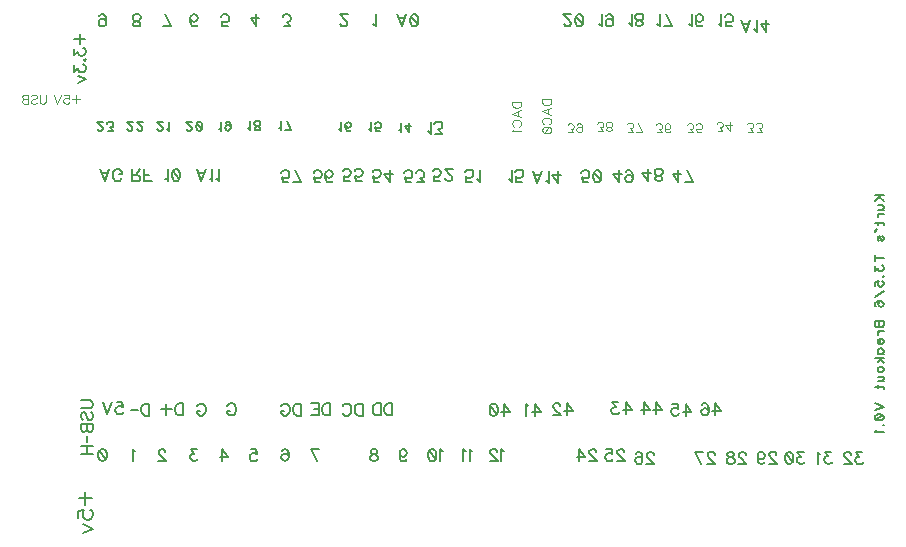
<source format=gbo>
G04 DipTrace 3.0.0.2*
G04 Teensy-TC36-Breakouti.gbo*
%MOIN*%
G04 #@! TF.FileFunction,Legend,Bot*
G04 #@! TF.Part,Single*
%ADD96C,0.006176*%
%ADD97C,0.004632*%
%ADD98C,0.006562*%
%ADD99C,0.00772*%
%ADD100C,0.007*%
%FSLAX26Y26*%
G04*
G70*
G90*
G75*
G01*
G04 BotSilk*
%LPD*%
X1965970Y814300D2*
D96*
X1962123Y816246D1*
X1956375Y821949D1*
Y781802D1*
X1944024Y814300D2*
X1940177Y816246D1*
X1934429Y821949D1*
Y781802D1*
X2071670Y813800D2*
X2067823Y815746D1*
X2062075Y821449D1*
Y781302D1*
X2047778Y811899D2*
Y813800D1*
X2045877Y817647D1*
X2043976Y819548D1*
X2040129Y821449D1*
X2032480D1*
X2028677Y819548D1*
X2026776Y817647D1*
X2024831Y813800D1*
Y809998D1*
X2026776Y806151D1*
X2030579Y800447D1*
X2049724Y781302D1*
X2022929D1*
X1816929Y1880675D2*
X1820775Y1878730D1*
X1826523Y1873026D1*
Y1913174D1*
X1842722Y1873026D2*
X1863724D1*
X1852272Y1888325D1*
X1858020D1*
X1861823Y1890226D1*
X1863724Y1892127D1*
X1865669Y1897875D1*
Y1901678D1*
X1863724Y1907426D1*
X1859921Y1911273D1*
X1854173Y1913174D1*
X1848425D1*
X1842722Y1911273D1*
X1840820Y1909327D1*
X1838875Y1905525D1*
X1337258Y2230491D2*
X1358261D1*
X1346809Y2245789D1*
X1352557D1*
X1356359Y2247691D1*
X1358261Y2249592D1*
X1360206Y2255340D1*
Y2259142D1*
X1358261Y2264890D1*
X1354458Y2268737D1*
X1348710Y2270638D1*
X1342962Y2270639D1*
X1337258Y2268737D1*
X1335357Y2266792D1*
X1333412Y2262989D1*
X1746060Y2270638D2*
X1730717Y2230446D1*
X1715419Y2270638D1*
X1721167Y2257241D2*
X1740312D1*
X1769908Y2230491D2*
X1764160Y2232392D1*
X1760313Y2238140D1*
X1758412Y2247691D1*
Y2253439D1*
X1760313Y2262989D1*
X1764160Y2268737D1*
X1769908Y2270639D1*
X1773710Y2270638D1*
X1779458Y2268737D1*
X1783261Y2262989D1*
X1785206Y2253439D1*
Y2247691D1*
X1783261Y2238140D1*
X1779458Y2232392D1*
X1773710Y2230491D1*
X1769908D1*
X1783261Y2238140D2*
X1760313Y2262989D1*
X942465Y1722140D2*
X946312Y1720195D1*
X952060Y1714491D1*
Y1754638D1*
X975908Y1714491D2*
X970160Y1716392D1*
X966313Y1722140D1*
X964412Y1731691D1*
Y1737439D1*
X966313Y1746989D1*
X970160Y1752737D1*
X975908Y1754639D1*
X979710Y1754638D1*
X985458Y1752737D1*
X989261Y1746989D1*
X991206Y1737439D1*
Y1731691D1*
X989261Y1722140D1*
X985458Y1716392D1*
X979710Y1714491D1*
X975908D1*
X989261Y1722140D2*
X966313Y1746989D1*
X1077314Y1754638D2*
X1061971Y1714446D1*
X1046673Y1754638D1*
X1052421Y1741241D2*
X1071566D1*
X1089665Y1722140D2*
X1093512Y1720195D1*
X1099260Y1714491D1*
Y1754638D1*
X1111611Y1722140D2*
X1115458Y1720194D1*
X1121206Y1714491D1*
Y1754638D1*
X1655775Y1713026D2*
X1636674D1*
X1634773Y1730226D1*
X1636674Y1728325D1*
X1642422Y1726379D1*
X1648126D1*
X1653874Y1728325D1*
X1657721Y1732127D1*
X1659622Y1737875D1*
Y1741678D1*
X1657721Y1747426D1*
X1653874Y1751273D1*
X1648126Y1753174D1*
X1642422D1*
X1636674Y1751273D1*
X1634773Y1749327D1*
X1632828Y1745525D1*
X1691119Y1753174D2*
Y1713026D1*
X1671974Y1739777D1*
X1700669D1*
X1013158Y1889214D2*
D98*
Y1887789D1*
X1014584Y1884903D1*
X1016010Y1883478D1*
X1018895Y1882052D1*
X1024632D1*
X1027484Y1883478D1*
X1028910Y1884903D1*
X1030369Y1887789D1*
Y1890640D1*
X1028910Y1893526D1*
X1026058Y1897803D1*
X1011699Y1912162D1*
X1031795D1*
X1053541Y1882052D2*
X1049230Y1883477D1*
X1046344Y1887789D1*
X1044919Y1894951D1*
Y1899262D1*
X1046345Y1906425D1*
X1049230Y1910736D1*
X1053541Y1912162D1*
X1056393D1*
X1060704Y1910736D1*
X1063555Y1906425D1*
X1065015Y1899262D1*
Y1894951D1*
X1063555Y1887788D1*
X1060703Y1883477D1*
X1056392Y1882052D1*
X1053541D1*
X1063555Y1887788D2*
X1046345Y1906425D1*
X916058Y1889214D2*
Y1887789D1*
X917484Y1884903D1*
X918910Y1883478D1*
X921795Y1882052D1*
X927532D1*
X930384Y1883478D1*
X931810Y1884903D1*
X933269Y1887789D1*
Y1890640D1*
X931810Y1893526D1*
X928958Y1897803D1*
X914599Y1912162D1*
X934695D1*
X947818Y1887788D2*
X950703Y1886329D1*
X955015Y1882051D1*
Y1912162D1*
X815158Y1889214D2*
Y1887789D1*
X816584Y1884903D1*
X818010Y1883478D1*
X820895Y1882052D1*
X826632D1*
X829484Y1883478D1*
X830910Y1884903D1*
X832369Y1887789D1*
Y1890640D1*
X830910Y1893526D1*
X828058Y1897803D1*
X813699Y1912162D1*
X833795D1*
X848378Y1889214D2*
Y1887789D1*
X849804Y1884903D1*
X851230Y1883477D1*
X854115Y1882052D1*
X859852D1*
X862703Y1883477D1*
X864129Y1884903D1*
X865589Y1887788D1*
Y1890640D1*
X864129Y1893525D1*
X861278Y1897803D1*
X846919Y1912162D1*
X867015D1*
X716158Y1889214D2*
Y1887789D1*
X717584Y1884903D1*
X719010Y1883478D1*
X721895Y1882052D1*
X727632D1*
X730484Y1883478D1*
X731910Y1884903D1*
X733369Y1887789D1*
Y1890640D1*
X731910Y1893526D1*
X729058Y1897803D1*
X714699Y1912162D1*
X734795D1*
X750804Y1882052D2*
X766555Y1882051D1*
X757967Y1893525D1*
X762278D1*
X765129Y1894951D1*
X766555Y1896377D1*
X768015Y1900688D1*
Y1903540D1*
X766555Y1907851D1*
X763704Y1910736D1*
X759393Y1912162D1*
X755082D1*
X750804Y1910736D1*
X749378Y1909277D1*
X747919Y1906425D1*
X1121025Y1888789D2*
X1123910Y1887329D1*
X1128221Y1883052D1*
Y1913162D1*
X1160015Y1893066D2*
X1158555Y1897377D1*
X1155703Y1900262D1*
X1151392Y1901688D1*
X1149967D1*
X1145656Y1900262D1*
X1142804Y1897377D1*
X1141345Y1893066D1*
Y1891640D1*
X1142804Y1887329D1*
X1145656Y1884477D1*
X1149967Y1883052D1*
X1151392D1*
X1155703Y1884477D1*
X1158555Y1887329D1*
X1160015Y1893066D1*
Y1900262D1*
X1158555Y1907425D1*
X1155704Y1911736D1*
X1151393Y1913162D1*
X1148541D1*
X1144230Y1911736D1*
X1142804Y1908851D1*
X1320599Y1891789D2*
X1323484Y1890329D1*
X1327795Y1886052D1*
Y1916162D1*
X1346656D2*
X1361015Y1886051D1*
X1340919Y1886052D1*
X1218632Y1890789D2*
X1221517Y1889329D1*
X1225828Y1885052D1*
Y1915162D1*
X1246115Y1885052D2*
X1241837Y1886477D1*
X1240378Y1889329D1*
Y1892214D1*
X1241837Y1895066D1*
X1244689Y1896526D1*
X1250426Y1897951D1*
X1254737Y1899377D1*
X1257589Y1902262D1*
X1259015Y1905114D1*
Y1909425D1*
X1257589Y1912277D1*
X1256163Y1913736D1*
X1251852Y1915162D1*
X1246115D1*
X1241837Y1913736D1*
X1240378Y1912277D1*
X1238952Y1909425D1*
Y1905114D1*
X1240378Y1902262D1*
X1243263Y1899377D1*
X1247541Y1897951D1*
X1253278Y1896525D1*
X1256163Y1895066D1*
X1257589Y1892214D1*
Y1889329D1*
X1256163Y1886477D1*
X1251852Y1885052D1*
X1246115D1*
X653744Y657026D2*
D99*
X696799D1*
X675300Y678526D2*
Y635471D1*
X650180Y591347D2*
Y615223D1*
X671679Y617599D1*
X669303Y615223D1*
X666871Y608038D1*
Y600908D1*
X669303Y593723D1*
X674056Y588915D1*
X681241Y586538D1*
X685994D1*
X693179Y588915D1*
X697988Y593723D1*
X700364Y600908D1*
Y608038D1*
X697988Y615223D1*
X695556Y617599D1*
X690803Y620031D1*
X666871Y571099D2*
X700364Y556729D1*
X666871Y542414D1*
X639219Y2189085D2*
D96*
X673663D1*
X656463Y2206285D2*
Y2171841D1*
X636367Y2155643D2*
Y2134640D1*
X651666Y2146092D1*
Y2140344D1*
X653567Y2136542D1*
X655468Y2134640D1*
X661217Y2132695D1*
X665019D1*
X670767Y2134640D1*
X674614Y2138443D1*
X676515Y2144191D1*
Y2149939D1*
X674614Y2155643D1*
X672668Y2157544D1*
X668866Y2159490D1*
X672668Y2118442D2*
X674614Y2120343D1*
X676515Y2118442D1*
X674614Y2116497D1*
X672668Y2118442D1*
X636367Y2100299D2*
Y2079296D1*
X651666Y2090748D1*
Y2085000D1*
X653567Y2081197D1*
X655469Y2079296D1*
X661217Y2077351D1*
X665019D1*
X670767Y2079296D1*
X674614Y2083099D1*
X676515Y2088847D1*
Y2094595D1*
X674614Y2100299D1*
X672668Y2102200D1*
X668866Y2104145D1*
X649720Y2064999D2*
X676515Y2053503D1*
X649720Y2042051D1*
X1459159Y1710491D2*
X1440058D1*
X1438157Y1727691D1*
X1440058Y1725789D1*
X1445806Y1723844D1*
X1451510D1*
X1457258Y1725789D1*
X1461104Y1729592D1*
X1463006Y1735340D1*
Y1739142D1*
X1461104Y1744890D1*
X1457258Y1748737D1*
X1451510Y1750638D1*
X1445806D1*
X1440058Y1748737D1*
X1438157Y1746792D1*
X1436211Y1742989D1*
X1498305Y1716194D2*
X1496404Y1712392D1*
X1490656Y1710491D1*
X1486853D1*
X1481105Y1712392D1*
X1477258Y1718140D1*
X1475357Y1727691D1*
Y1737241D1*
X1477258Y1744890D1*
X1481105Y1748737D1*
X1486853Y1750639D1*
X1488754Y1750638D1*
X1494458Y1748737D1*
X1498305Y1744890D1*
X1500206Y1739142D1*
Y1737241D1*
X1498305Y1731493D1*
X1494458Y1727691D1*
X1488754Y1725789D1*
X1486853D1*
X1481105Y1727691D1*
X1477258Y1731493D1*
X1475357Y1737241D1*
X1522058Y1886789D2*
D98*
X1524943Y1885329D1*
X1529254Y1881052D1*
Y1911162D1*
X1559589Y1885329D2*
X1558163Y1882477D1*
X1553852Y1881052D1*
X1551000D1*
X1546689Y1882477D1*
X1543804Y1886789D1*
X1542378Y1893951D1*
Y1901114D1*
X1543804Y1906851D1*
X1546689Y1909736D1*
X1551000Y1911162D1*
X1552426D1*
X1556704Y1909736D1*
X1559589Y1906851D1*
X1561015Y1902540D1*
Y1901114D1*
X1559589Y1896803D1*
X1556703Y1893951D1*
X1552426Y1892525D1*
X1551000D1*
X1546689Y1893951D1*
X1543804Y1896803D1*
X1542378Y1901114D1*
X1620599Y1886789D2*
X1623484Y1885329D1*
X1627795Y1881052D1*
Y1911162D1*
X1658129Y1881052D2*
X1643804D1*
X1642378Y1893951D1*
X1643804Y1892526D1*
X1648115Y1891066D1*
X1652392D1*
X1656703Y1892525D1*
X1659589Y1895377D1*
X1661015Y1899688D1*
Y1902540D1*
X1659589Y1906851D1*
X1656704Y1909736D1*
X1652393Y1911162D1*
X1648115D1*
X1643804Y1909736D1*
X1642378Y1908277D1*
X1640919Y1905425D1*
X1720156Y1885468D2*
X1723041Y1884009D1*
X1727352Y1879731D1*
Y1909842D1*
X1754835D2*
Y1879731D1*
X1740476Y1899794D1*
X1761997D1*
X832167Y1733592D2*
D96*
X849367D1*
X855115Y1731646D1*
X857060Y1729745D1*
X858961Y1725943D1*
Y1722096D1*
X857060Y1718293D1*
X855115Y1716348D1*
X849367Y1714446D1*
X832167D1*
Y1754638D1*
X845564Y1733592D2*
X858962Y1754638D1*
X896206Y1714446D2*
X871313D1*
Y1754638D1*
Y1733592D2*
X886611D1*
X755159Y1754638D2*
X739816Y1714446D1*
X724518Y1754638D1*
X730266Y1741241D2*
X749411D1*
X796206Y1723997D2*
X794305Y1720194D1*
X790458Y1716348D1*
X786656Y1714446D1*
X779006D1*
X775160Y1716348D1*
X771357Y1720195D1*
X769412Y1723997D1*
X767510Y1729745D1*
Y1739340D1*
X769412Y1745044D1*
X771357Y1748890D1*
X775160Y1752693D1*
X779006Y1754639D1*
X786656Y1754638D1*
X790458Y1752693D1*
X794305Y1748890D1*
X796206Y1745044D1*
Y1739340D1*
X786656D1*
X2378826Y811899D2*
Y813800D1*
X2376925Y817647D1*
X2375023Y819548D1*
X2371176Y821449D1*
X2363527D1*
X2359725Y819548D1*
X2357823Y817647D1*
X2355878Y813800D1*
Y809998D1*
X2357823Y806151D1*
X2361626Y800447D1*
X2380771Y781302D1*
X2353977D1*
X2322480D2*
Y821449D1*
X2341625Y794699D1*
X2312929D1*
X2471925Y811899D2*
Y813800D1*
X2470023Y817647D1*
X2468122Y819548D1*
X2464275Y821449D1*
X2456626D1*
X2452823Y819548D1*
X2450922Y817647D1*
X2448977Y813800D1*
Y809998D1*
X2450922Y806151D1*
X2454725Y800447D1*
X2473870Y781302D1*
X2447075D1*
X2411776Y821449D2*
X2430877D1*
X2432778Y804250D1*
X2430877Y806151D1*
X2425129Y808096D1*
X2419425D1*
X2413677Y806151D1*
X2409831Y802348D1*
X2407929Y796600D1*
Y792798D1*
X2409831Y787050D1*
X2413677Y783203D1*
X2419425Y781302D1*
X2425129D1*
X2430877Y783203D1*
X2432778Y785148D1*
X2434724Y788951D1*
X2569979Y801899D2*
Y803800D1*
X2568078Y807647D1*
X2566176Y809548D1*
X2562330Y811449D1*
X2554680D1*
X2550878Y809548D1*
X2548977Y807647D1*
X2547031Y803800D1*
Y799998D1*
X2548977Y796151D1*
X2552779Y790447D1*
X2571925Y771302D1*
X2545130D1*
X2509831Y805746D2*
X2511732Y809548D1*
X2517480Y811449D1*
X2521282D1*
X2527030Y809548D1*
X2530877Y803800D1*
X2532778Y794250D1*
Y784699D1*
X2530877Y777050D1*
X2527030Y773203D1*
X2521282Y771302D1*
X2519381D1*
X2513677Y773203D1*
X2509831Y777050D1*
X2507929Y782798D1*
Y784699D1*
X2509831Y790447D1*
X2513677Y794250D1*
X2519381Y796151D1*
X2521282D1*
X2527030Y794250D1*
X2530877Y790447D1*
X2532778Y784699D1*
X2772925Y803399D2*
Y805300D1*
X2771023Y809147D1*
X2769122Y811048D1*
X2765275Y812949D1*
X2757626D1*
X2753823Y811048D1*
X2751922Y809147D1*
X2749977Y805300D1*
Y801498D1*
X2751922Y797651D1*
X2755725Y791947D1*
X2774870Y772802D1*
X2748075D1*
X2728075D2*
X2708929Y812949D1*
X2735724D1*
X2876880Y802399D2*
Y804300D1*
X2874979Y808147D1*
X2873078Y810048D1*
X2869231Y811949D1*
X2861582D1*
X2857779Y810048D1*
X2855878Y808147D1*
X2853932Y804300D1*
Y800498D1*
X2855878Y796651D1*
X2859680Y790947D1*
X2878826Y771802D1*
X2852031D1*
X2830129Y811949D2*
X2835833Y810048D1*
X2837778Y806246D1*
Y802399D1*
X2835833Y798596D1*
X2832030Y796651D1*
X2824381Y794750D1*
X2818633Y792848D1*
X2814831Y789002D1*
X2812929Y785199D1*
Y779451D1*
X2814831Y775648D1*
X2816732Y773703D1*
X2822480Y771802D1*
X2830129D1*
X2835833Y773703D1*
X2837778Y775648D1*
X2839680Y779451D1*
Y785199D1*
X2837778Y789002D1*
X2833932Y792848D1*
X2828228Y794750D1*
X2820579Y796651D1*
X2816732Y798596D1*
X2814831Y802399D1*
Y806246D1*
X2816732Y810048D1*
X2822480Y811949D1*
X2830129D1*
X2978523Y802899D2*
Y804800D1*
X2976622Y808647D1*
X2974721Y810548D1*
X2970874Y812449D1*
X2963225D1*
X2959422Y810548D1*
X2957521Y808647D1*
X2955575Y804800D1*
Y800998D1*
X2957521Y797151D1*
X2961323Y791447D1*
X2980469Y772302D1*
X2953674D1*
X2916429Y799096D2*
X2918375Y793348D1*
X2922177Y789502D1*
X2927925Y787600D1*
X2929827D1*
X2935575Y789502D1*
X2939377Y793348D1*
X2941323Y799096D1*
Y800998D1*
X2939377Y806746D1*
X2935575Y810548D1*
X2929827Y812449D1*
X2927925D1*
X2922177Y810548D1*
X2918375Y806746D1*
X2916429Y799096D1*
Y789502D1*
X2918375Y779951D1*
X2922177Y774203D1*
X2927925Y772302D1*
X2931728D1*
X2937476Y774203D1*
X2939377Y778050D1*
X3265023Y811449D2*
X3244021D1*
X3255473Y796151D1*
X3249725D1*
X3245922Y794250D1*
X3244021Y792348D1*
X3242075Y786600D1*
Y782798D1*
X3244021Y777050D1*
X3247823Y773203D1*
X3253571Y771302D1*
X3259319D1*
X3265023Y773203D1*
X3266925Y775148D1*
X3268870Y778951D1*
X3227778Y801899D2*
Y803800D1*
X3225877Y807647D1*
X3223976Y809548D1*
X3220129Y811449D1*
X3212480D1*
X3208677Y809548D1*
X3206776Y807647D1*
X3204831Y803800D1*
Y799998D1*
X3206776Y796151D1*
X3210579Y790447D1*
X3229724Y771302D1*
X3202929D1*
X1352213Y1710491D2*
X1333112D1*
X1331211Y1727691D1*
X1333112Y1725789D1*
X1338860Y1723844D1*
X1344564D1*
X1350312Y1725789D1*
X1354159Y1729592D1*
X1356060Y1735340D1*
Y1739142D1*
X1354159Y1744890D1*
X1350312Y1748737D1*
X1344564Y1750638D1*
X1338860D1*
X1333112Y1748737D1*
X1331211Y1746792D1*
X1329266Y1742989D1*
X1376061Y1750638D2*
X1395206Y1710491D1*
X1368412D1*
X1557213Y1715491D2*
X1538112D1*
X1536211Y1732691D1*
X1538112Y1730789D1*
X1543860Y1728844D1*
X1549564D1*
X1555312Y1730789D1*
X1559159Y1734592D1*
X1561060Y1740340D1*
Y1744142D1*
X1559159Y1749890D1*
X1555312Y1753737D1*
X1549564Y1755638D1*
X1543860D1*
X1538112Y1753737D1*
X1536211Y1751792D1*
X1534266Y1747989D1*
X1596359Y1715491D2*
X1577258D1*
X1575357Y1732691D1*
X1577258Y1730789D1*
X1583006Y1728844D1*
X1588710D1*
X1594458Y1730789D1*
X1598305Y1734592D1*
X1600206Y1740340D1*
Y1744142D1*
X1598305Y1749890D1*
X1594458Y1753737D1*
X1588710Y1755638D1*
X1583006Y1755639D1*
X1577258Y1753737D1*
X1575357Y1751792D1*
X1573412Y1747989D1*
X1600771Y972994D2*
Y932802D1*
X1587374D1*
X1581626Y934747D1*
X1577779Y938550D1*
X1575878Y942396D1*
X1573977Y948100D1*
Y957695D1*
X1575878Y963443D1*
X1577779Y967246D1*
X1581626Y971092D1*
X1587374Y972994D1*
X1600771D1*
X1532929Y963443D2*
X1534831Y967246D1*
X1538677Y971092D1*
X1542480Y972994D1*
X1550129D1*
X1553976Y971092D1*
X1557778Y967246D1*
X1559724Y963443D1*
X1561625Y957695D1*
Y948100D1*
X1559724Y942396D1*
X1557778Y938550D1*
X1553976Y934747D1*
X1550129Y932802D1*
X1542480D1*
X1538677Y934747D1*
X1534831Y938550D1*
X1532929Y942396D1*
X1699370Y973994D2*
Y933802D1*
X1685973D1*
X1680225Y935747D1*
X1676378Y939550D1*
X1674477Y943396D1*
X1672575Y949100D1*
Y958695D1*
X1674477Y964443D1*
X1676378Y968246D1*
X1680225Y972092D1*
X1685973Y973994D1*
X1699370D1*
X1660224D2*
Y933802D1*
X1646827D1*
X1641079Y935747D1*
X1637232Y939550D1*
X1635331Y943396D1*
X1633429Y949100D1*
Y958695D1*
X1635331Y964443D1*
X1637232Y968246D1*
X1641079Y972092D1*
X1646827Y973994D1*
X1660224D1*
X2478126Y936802D2*
Y976949D1*
X2497271Y950199D1*
X2468575D1*
X2452377Y976949D2*
X2431375D1*
X2442827Y961651D1*
X2437079D1*
X2433276Y959750D1*
X2431375Y957848D1*
X2429429Y952100D1*
Y948298D1*
X2431375Y942550D1*
X2435177Y938703D1*
X2440925Y936802D1*
X2446673D1*
X2452377Y938703D1*
X2454278Y940648D1*
X2456224Y944451D1*
X2578527Y937302D2*
Y977449D1*
X2597673Y950699D1*
X2568977D1*
X2537480Y937302D2*
Y977449D1*
X2556625Y950699D1*
X2527929D1*
X2676626Y932802D2*
Y972949D1*
X2695771Y946199D1*
X2667075D1*
X2631776Y972949D2*
X2650877D1*
X2652778Y955750D1*
X2650877Y957651D1*
X2645129Y959596D1*
X2639425D1*
X2633677Y957651D1*
X2629831Y953848D1*
X2627929Y948100D1*
Y944298D1*
X2629831Y938550D1*
X2633677Y934703D1*
X2639425Y932802D1*
X2645129D1*
X2650877Y934703D1*
X2652778Y936648D1*
X2654724Y940451D1*
X2775180Y933802D2*
Y973949D1*
X2794326Y947199D1*
X2765630D1*
X2730331Y968246D2*
X2732232Y972048D1*
X2737980Y973949D1*
X2741782D1*
X2747530Y972048D1*
X2751377Y966300D1*
X2753278Y956750D1*
Y947199D1*
X2751377Y939550D1*
X2747530Y935703D1*
X2741782Y933802D1*
X2739881D1*
X2734177Y935703D1*
X2730331Y939550D1*
X2728429Y945298D1*
Y947199D1*
X2730331Y952947D1*
X2734177Y956750D1*
X2739881Y958651D1*
X2741782D1*
X2747530Y956750D1*
X2751377Y952947D1*
X2753278Y947199D1*
X2071626Y932302D2*
Y972449D1*
X2090771Y945699D1*
X2062075D1*
X2038228Y972449D2*
X2043976Y970548D1*
X2047823Y964800D1*
X2049724Y955250D1*
Y949502D1*
X2047823Y939951D1*
X2043976Y934203D1*
X2038228Y932302D1*
X2034425D1*
X2028677Y934203D1*
X2024875Y939951D1*
X2022929Y949502D1*
Y955250D1*
X2024875Y964800D1*
X2028677Y970548D1*
X2034425Y972449D1*
X2038228D1*
X2024875Y964800D2*
X2047823Y939951D1*
X2174426Y932802D2*
Y972949D1*
X2193571Y946199D1*
X2164875D1*
X2152524Y965300D2*
X2148677Y967246D1*
X2142929Y972949D1*
Y932802D1*
X2282126Y933802D2*
Y973949D1*
X2301271Y947199D1*
X2272575D1*
X2258278Y964399D2*
Y966300D1*
X2256377Y970147D1*
X2254476Y972048D1*
X2250629Y973949D1*
X2242980D1*
X2239177Y972048D1*
X2237276Y970147D1*
X2235331Y966300D1*
Y962498D1*
X2237276Y958651D1*
X2241079Y952947D1*
X2260224Y933802D1*
X2233429D1*
X2651973Y1753174D2*
Y1713026D1*
X2632828Y1739777D1*
X2661523D1*
X2681524Y1753174D2*
X2700669Y1713026D1*
X2673875D1*
X2453411Y1750638D2*
Y1710491D1*
X2434266Y1737241D1*
X2462961D1*
X2500206Y1723844D2*
X2498261Y1729592D1*
X2494458Y1733439D1*
X2488710Y1735340D1*
X2486809D1*
X2481061Y1733439D1*
X2477258Y1729592D1*
X2475313Y1723844D1*
Y1721943D1*
X2477258Y1716195D1*
X2481061Y1712392D1*
X2486809Y1710491D1*
X2488710D1*
X2494458Y1712392D1*
X2498261Y1716194D1*
X2500206Y1723844D1*
Y1733439D1*
X2498261Y1742989D1*
X2494458Y1748737D1*
X2488710Y1750638D1*
X2484908Y1750639D1*
X2479160Y1748737D1*
X2477258Y1744890D1*
X2352213Y1710491D2*
X2333112D1*
X2331211Y1727691D1*
X2333112Y1725789D1*
X2338860Y1723844D1*
X2344564D1*
X2350312Y1725789D1*
X2354159Y1729592D1*
X2356060Y1735340D1*
Y1739142D1*
X2354159Y1744890D1*
X2350312Y1748737D1*
X2344564Y1750638D1*
X2338860D1*
X2333112Y1748737D1*
X2331211Y1746792D1*
X2329266Y1742989D1*
X2379908Y1710491D2*
X2374160Y1712392D1*
X2370313Y1718140D1*
X2368412Y1727691D1*
Y1733439D1*
X2370313Y1742989D1*
X2374160Y1748737D1*
X2379908Y1750639D1*
X2383710Y1750638D1*
X2389458Y1748737D1*
X2393261Y1742989D1*
X2395206Y1733439D1*
Y1727691D1*
X2393261Y1718140D1*
X2389458Y1712392D1*
X2383710Y1710491D1*
X2379908D1*
X2393261Y1718140D2*
X2370313Y1742989D1*
X2551554Y1755638D2*
Y1715491D1*
X2532409Y1742241D1*
X2561104D1*
X2583006Y1715491D2*
X2577303Y1717392D1*
X2575357Y1721195D1*
Y1725041D1*
X2577303Y1728844D1*
X2581105Y1730789D1*
X2588754Y1732691D1*
X2594502Y1734592D1*
X2598305Y1738439D1*
X2600206Y1742241D1*
Y1747989D1*
X2598305Y1751792D1*
X2596404Y1753737D1*
X2590656Y1755638D1*
X2583006Y1755639D1*
X2577303Y1753737D1*
X2575357Y1751792D1*
X2573456Y1747989D1*
Y1742241D1*
X2575357Y1738439D1*
X2579204Y1734592D1*
X2584908Y1732691D1*
X2592557Y1730789D1*
X2596404Y1728844D1*
X2598305Y1725041D1*
Y1721194D1*
X2596404Y1717392D1*
X2590656Y1715491D1*
X2583006D1*
X1964877Y1713026D2*
X1945775D1*
X1943874Y1730226D1*
X1945775Y1728325D1*
X1951523Y1726379D1*
X1957227D1*
X1962975Y1728325D1*
X1966822Y1732127D1*
X1968723Y1737875D1*
Y1741678D1*
X1966822Y1747426D1*
X1962975Y1751273D1*
X1957227Y1753174D1*
X1951523D1*
X1945775Y1751273D1*
X1943874Y1749327D1*
X1941929Y1745525D1*
X1981075Y1720675D2*
X1984921Y1718730D1*
X1990669Y1713026D1*
Y1753174D1*
X1762213Y1710491D2*
X1743112D1*
X1741211Y1727691D1*
X1743112Y1725789D1*
X1748860Y1723844D1*
X1754564D1*
X1760312Y1725789D1*
X1764159Y1729592D1*
X1766060Y1735340D1*
Y1739142D1*
X1764159Y1744890D1*
X1760312Y1748737D1*
X1754564Y1750638D1*
X1748860D1*
X1743112Y1748737D1*
X1741211Y1746792D1*
X1739266Y1742989D1*
X1782258Y1710491D2*
X1803261D1*
X1791809Y1725789D1*
X1797557D1*
X1801359Y1727691D1*
X1803261Y1729592D1*
X1805206Y1735340D1*
Y1739142D1*
X1803261Y1744890D1*
X1799458Y1748737D1*
X1793710Y1750638D1*
X1787962Y1750639D1*
X1782258Y1748737D1*
X1780357Y1746792D1*
X1778412Y1742989D1*
X2892676Y2253174D2*
X2877333Y2212982D1*
X2862035Y2253174D1*
X2867783Y2239777D2*
X2886928D1*
X2905027Y2220675D2*
X2908874Y2218730D1*
X2914622Y2213026D1*
Y2253174D1*
X2946119D2*
Y2213026D1*
X2926974Y2239777D1*
X2955669D1*
X1857213Y1715491D2*
X1838112D1*
X1836211Y1732691D1*
X1838112Y1730789D1*
X1843860Y1728844D1*
X1849564D1*
X1855312Y1730789D1*
X1859159Y1734592D1*
X1861060Y1740340D1*
Y1744142D1*
X1859159Y1749890D1*
X1855312Y1753737D1*
X1849564Y1755638D1*
X1843860D1*
X1838112Y1753737D1*
X1836211Y1751792D1*
X1834266Y1747989D1*
X1875357Y1725041D2*
Y1723140D1*
X1877258Y1719293D1*
X1879160Y1717392D1*
X1883006Y1715491D1*
X1890656D1*
X1894458Y1717392D1*
X1896359Y1719293D1*
X1898305Y1723140D1*
Y1726942D1*
X1896359Y1730789D1*
X1892557Y1736493D1*
X1873412Y1755638D1*
X1900206D1*
X2688411Y2238140D2*
X2692258Y2236195D1*
X2698006Y2230491D1*
Y2270638D1*
X2733305Y2236194D2*
X2731404Y2232392D1*
X2725656Y2230491D1*
X2721853D1*
X2716105Y2232392D1*
X2712258Y2238140D1*
X2710357Y2247691D1*
Y2257241D1*
X2712258Y2264890D1*
X2716105Y2268737D1*
X2721853Y2270639D1*
X2723754Y2270638D1*
X2729458Y2268737D1*
X2733305Y2264890D1*
X2735206Y2259142D1*
Y2257241D1*
X2733305Y2251493D1*
X2729458Y2247691D1*
X2723754Y2245789D1*
X2721853D1*
X2716105Y2247691D1*
X2712258Y2251493D1*
X2710357Y2257241D1*
X2581465Y2238140D2*
X2585312Y2236195D1*
X2591060Y2230491D1*
Y2270638D1*
X2611061D2*
X2630206Y2230491D1*
X2603412D1*
X2786465Y2238140D2*
X2790312Y2236195D1*
X2796060Y2230491D1*
Y2270638D1*
X2831359Y2230491D2*
X2812258D1*
X2810357Y2247691D1*
X2812258Y2245789D1*
X2818006Y2243844D1*
X2823710D1*
X2829458Y2245789D1*
X2833305Y2249592D1*
X2835206Y2255340D1*
Y2259142D1*
X2833305Y2264890D1*
X2829458Y2268737D1*
X2823710Y2270638D1*
X2818006Y2270639D1*
X2812258Y2268737D1*
X2810357Y2266792D1*
X2808412Y2262989D1*
X2486973Y2240675D2*
X2490820Y2238730D1*
X2496568Y2233026D1*
Y2273174D1*
X2518470Y2233026D2*
X2512766Y2234927D1*
X2510820Y2238730D1*
Y2242577D1*
X2512766Y2246379D1*
X2516568Y2248325D1*
X2524218Y2250226D1*
X2529966Y2252127D1*
X2533768Y2255974D1*
X2535669Y2259777D1*
Y2265525D1*
X2533768Y2269327D1*
X2531867Y2271273D1*
X2526119Y2273174D1*
X2518470D1*
X2512766Y2271273D1*
X2510820Y2269327D1*
X2508919Y2265525D1*
Y2259777D1*
X2510820Y2255974D1*
X2514667Y2252127D1*
X2520371Y2250226D1*
X2528020Y2248325D1*
X2531867Y2246379D1*
X2533768Y2242577D1*
Y2238730D1*
X2531867Y2234927D1*
X2526119Y2233026D1*
X2518470D1*
X2271211Y2240041D2*
Y2238140D1*
X2273112Y2234293D1*
X2275014Y2232392D1*
X2278860Y2230491D1*
X2286510D1*
X2290312Y2232392D1*
X2292213Y2234293D1*
X2294159Y2238140D1*
Y2241943D1*
X2292213Y2245789D1*
X2288411Y2251493D1*
X2269266Y2270638D1*
X2296060D1*
X2319908Y2230491D2*
X2314160Y2232392D1*
X2310313Y2238140D1*
X2308412Y2247691D1*
Y2253439D1*
X2310313Y2262989D1*
X2314160Y2268737D1*
X2319908Y2270639D1*
X2323710Y2270638D1*
X2329458Y2268737D1*
X2333261Y2262989D1*
X2335206Y2253439D1*
Y2247691D1*
X2333261Y2238140D1*
X2329458Y2232392D1*
X2323710Y2230491D1*
X2319908D1*
X2333261Y2238140D2*
X2310313Y2262989D1*
X2388367Y2238140D2*
X2392213Y2236195D1*
X2397961Y2230491D1*
X2397962Y2270638D1*
X2435206Y2243844D2*
X2433261Y2249592D1*
X2429458Y2253439D1*
X2423710Y2255340D1*
X2421809D1*
X2416061Y2253439D1*
X2412258Y2249592D1*
X2410313Y2243844D1*
Y2241943D1*
X2412258Y2236195D1*
X2416061Y2232392D1*
X2421809Y2230491D1*
X2423710D1*
X2429458Y2232392D1*
X2433261Y2236194D1*
X2435206Y2243844D1*
Y2253439D1*
X2433261Y2262989D1*
X2429458Y2268737D1*
X2423710Y2270638D1*
X2419908Y2270639D1*
X2414160Y2268737D1*
X2412258Y2264890D1*
X2198320Y1987713D2*
D97*
X2228464D1*
Y1977665D1*
X2227005Y1973354D1*
X2224153Y1970468D1*
X2221268Y1969042D1*
X2216990Y1967617D1*
X2209794D1*
X2205483Y1969043D1*
X2202631Y1970468D1*
X2199746Y1973354D1*
X2198320Y1977665D1*
Y1987713D1*
X2228464Y1935372D2*
X2198320Y1946879D1*
X2228464Y1958353D1*
X2218416Y1954042D2*
Y1939683D1*
X2205483Y1904586D2*
X2202631Y1906012D1*
X2199746Y1908898D1*
X2198320Y1911749D1*
Y1917486D1*
X2199746Y1920371D1*
X2202631Y1923223D1*
X2205483Y1924682D1*
X2209794Y1926108D1*
X2216990D1*
X2221268Y1924682D1*
X2224153Y1923223D1*
X2227005Y1920371D1*
X2228464Y1917486D1*
Y1911749D1*
X2227005Y1908897D1*
X2224153Y1906012D1*
X2221268Y1904586D1*
X2198353Y1886701D2*
X2199779Y1891012D1*
X2204090Y1893897D1*
X2211253Y1895323D1*
X2215564D1*
X2222727Y1893897D1*
X2227038Y1891012D1*
X2228464Y1886701D1*
Y1883849D1*
X2227038Y1879538D1*
X2222727Y1876686D1*
X2215564Y1875227D1*
X2211253D1*
X2204090Y1876686D1*
X2199779Y1879538D1*
X2198353Y1883849D1*
Y1886701D1*
X2204090Y1876686D2*
X2222727Y1893897D1*
X544218Y2002566D2*
Y1981045D1*
X542792Y1976733D1*
X539907Y1973882D1*
X535596Y1972422D1*
X532744D1*
X528433Y1973882D1*
X525548Y1976733D1*
X524122Y1981045D1*
Y2002566D1*
X494762Y1998255D2*
X497614Y2001141D1*
X501925Y2002566D1*
X507662D1*
X511973Y2001141D1*
X514858Y1998255D1*
Y1995404D1*
X513399Y1992518D1*
X511973Y1991093D1*
X509121Y1989667D1*
X500499Y1986781D1*
X497614Y1985356D1*
X496188Y1983896D1*
X494762Y1981045D1*
Y1976733D1*
X497614Y1973882D1*
X501925Y1972422D1*
X507662D1*
X511973Y1973882D1*
X514858Y1976733D1*
X485499Y2002566D2*
Y1972422D1*
X472566D1*
X468255Y1973882D1*
X466829Y1975308D1*
X465403Y1978159D1*
Y1982470D1*
X466829Y1985356D1*
X468255Y1986781D1*
X472566Y1988207D1*
X468255Y1989667D1*
X466829Y1991093D1*
X465403Y1993944D1*
Y1996829D1*
X466829Y1999681D1*
X468255Y2001141D1*
X472566Y2002566D1*
X485499D1*
Y1988207D2*
X472566D1*
X1635611Y2238140D2*
D96*
X1639458Y2236194D1*
X1645206Y2230491D1*
Y2270638D1*
X1525357Y2240041D2*
Y2238140D1*
X1527258Y2234293D1*
X1529160Y2232392D1*
X1533006Y2230491D1*
X1540656D1*
X1544458Y2232392D1*
X1546359Y2234293D1*
X1548305Y2238140D1*
Y2241942D1*
X1546359Y2245789D1*
X1542557Y2251493D1*
X1523412Y2270638D1*
X1550206D1*
X1245656D2*
Y2230491D1*
X1226510Y2257241D1*
X1255206D1*
X1151359Y2230491D2*
X1132258D1*
X1130357Y2247691D1*
X1132258Y2245789D1*
X1138006Y2243844D1*
X1143710D1*
X1149458Y2245789D1*
X1153305Y2249592D1*
X1155206Y2255340D1*
Y2259142D1*
X1153305Y2264890D1*
X1149458Y2268737D1*
X1143710Y2270638D1*
X1138006Y2270639D1*
X1132258Y2268737D1*
X1130357Y2266792D1*
X1128412Y2262989D1*
X1048305Y2236194D2*
X1046404Y2232392D1*
X1040656Y2230491D1*
X1036853D1*
X1031105Y2232392D1*
X1027258Y2238140D1*
X1025357Y2247691D1*
Y2257241D1*
X1027258Y2264890D1*
X1031105Y2268737D1*
X1036853Y2270639D1*
X1038754Y2270638D1*
X1044458Y2268737D1*
X1048305Y2264890D1*
X1050206Y2259142D1*
Y2257241D1*
X1048305Y2251493D1*
X1044458Y2247691D1*
X1038754Y2245789D1*
X1036853D1*
X1031105Y2247691D1*
X1027258Y2251493D1*
X1025357Y2257241D1*
X941061Y2270638D2*
X960206Y2230491D1*
X933412D1*
X843006D2*
X837303Y2232392D1*
X835357Y2236195D1*
Y2240041D1*
X837303Y2243844D1*
X841105Y2245789D1*
X848754Y2247691D1*
X854502Y2249592D1*
X858305Y2253439D1*
X860206Y2257241D1*
Y2262989D1*
X858305Y2266792D1*
X856404Y2268737D1*
X850656Y2270638D1*
X843006Y2270639D1*
X837303Y2268737D1*
X835357Y2266792D1*
X833456Y2262989D1*
Y2257241D1*
X835357Y2253439D1*
X839204Y2249592D1*
X844908Y2247691D1*
X852557Y2245789D1*
X856404Y2243844D1*
X858305Y2240041D1*
Y2236194D1*
X856404Y2232392D1*
X850656Y2230491D1*
X843006D1*
X745206Y2243844D2*
X743261Y2249592D1*
X739458Y2253439D1*
X733710Y2255340D1*
X731809D1*
X726061Y2253439D1*
X722258Y2249592D1*
X720313Y2243844D1*
Y2241943D1*
X722258Y2236195D1*
X726061Y2232392D1*
X731809Y2230491D1*
X733710D1*
X739458Y2232392D1*
X743261Y2236194D1*
X745206Y2243844D1*
Y2253439D1*
X743261Y2262989D1*
X739458Y2268737D1*
X733710Y2270638D1*
X729908Y2270639D1*
X724160Y2268737D1*
X722258Y2264890D1*
X3070023Y811949D2*
X3049021D1*
X3060473Y796651D1*
X3054725D1*
X3050922Y794750D1*
X3049021Y792848D1*
X3047075Y787100D1*
Y783298D1*
X3049021Y777550D1*
X3052823Y773703D1*
X3058571Y771802D1*
X3064319D1*
X3070023Y773703D1*
X3071925Y775648D1*
X3073870Y779451D1*
X3023228Y811949D2*
X3028976Y810048D1*
X3032823Y804300D1*
X3034724Y794750D1*
Y789002D1*
X3032823Y779451D1*
X3028976Y773703D1*
X3023228Y771802D1*
X3019425D1*
X3013677Y773703D1*
X3009875Y779451D1*
X3007929Y789002D1*
Y794750D1*
X3009875Y804300D1*
X3013677Y810048D1*
X3019425Y811949D1*
X3023228D1*
X3009875Y804300D2*
X3032823Y779451D1*
X3161323Y812449D2*
X3140321D1*
X3151773Y797151D1*
X3146025D1*
X3142222Y795250D1*
X3140321Y793348D1*
X3138375Y787600D1*
Y783798D1*
X3140321Y778050D1*
X3144123Y774203D1*
X3149872Y772302D1*
X3155620D1*
X3161323Y774203D1*
X3163225Y776148D1*
X3165170Y779951D1*
X3126024Y804800D2*
X3122177Y806746D1*
X3116429Y812449D1*
Y772302D1*
X1641629Y821949D2*
X1647333Y820048D1*
X1649278Y816246D1*
Y812399D1*
X1647333Y808596D1*
X1643530Y806651D1*
X1635881Y804750D1*
X1630133Y802848D1*
X1626331Y799002D1*
X1624429Y795199D1*
Y789451D1*
X1626331Y785648D1*
X1628232Y783703D1*
X1633980Y781802D1*
X1641629D1*
X1647333Y783703D1*
X1649278Y785648D1*
X1651180Y789451D1*
Y795199D1*
X1649278Y799002D1*
X1645432Y802848D1*
X1639728Y804750D1*
X1632079Y806651D1*
X1628232Y808596D1*
X1626331Y812399D1*
Y816246D1*
X1628232Y820048D1*
X1633980Y821949D1*
X1641629D1*
X1722929Y808096D2*
X1724875Y802348D1*
X1728677Y798502D1*
X1734425Y796600D1*
X1736327D1*
X1742075Y798502D1*
X1745877Y802348D1*
X1747823Y808096D1*
Y809998D1*
X1745877Y815746D1*
X1742075Y819548D1*
X1736327Y821449D1*
X1734425D1*
X1728677Y819548D1*
X1724875Y815746D1*
X1722929Y808096D1*
Y798502D1*
X1724875Y788951D1*
X1728677Y783203D1*
X1734425Y781302D1*
X1738228D1*
X1743976Y783203D1*
X1745877Y787050D1*
X1866670Y813800D2*
X1862823Y815746D1*
X1857075Y821449D1*
Y781302D1*
X1833228Y821449D2*
X1838976Y819548D1*
X1842823Y813800D1*
X1844724Y804250D1*
Y798502D1*
X1842823Y788951D1*
X1838976Y783203D1*
X1833228Y781302D1*
X1829425D1*
X1823677Y783203D1*
X1819875Y788951D1*
X1817929Y798502D1*
Y804250D1*
X1819875Y813800D1*
X1823677Y819548D1*
X1829425Y821449D1*
X1833228D1*
X1819875Y813800D2*
X1842823Y788951D1*
X1047377Y821949D2*
X1026375D1*
X1037827Y806651D1*
X1032079D1*
X1028276Y804750D1*
X1026375Y802848D1*
X1024429Y797100D1*
Y793298D1*
X1026375Y787550D1*
X1030177Y783703D1*
X1035925Y781802D1*
X1041673D1*
X1047377Y783703D1*
X1049278Y785648D1*
X1051224Y789451D1*
X1132480Y781302D2*
Y821449D1*
X1151625Y794699D1*
X1122929D1*
X734728Y821949D2*
X740476Y820048D1*
X744323Y814300D1*
X746224Y804750D1*
Y799002D1*
X744323Y789451D1*
X740476Y783703D1*
X734728Y781802D1*
X730925D1*
X725177Y783703D1*
X721375Y789451D1*
X719429Y799002D1*
Y804750D1*
X721375Y814300D1*
X725177Y820048D1*
X730925Y821949D1*
X734728D1*
X721375Y814300D2*
X744323Y789451D1*
X842524Y813800D2*
X838677Y815746D1*
X832929Y821449D1*
Y781302D1*
X942778Y811899D2*
Y813800D1*
X940877Y817647D1*
X938976Y819548D1*
X935129Y821449D1*
X927480D1*
X923677Y819548D1*
X921776Y817647D1*
X919831Y813800D1*
Y809998D1*
X921776Y806151D1*
X925579Y800447D1*
X944724Y781302D1*
X917929D1*
X1331331Y816246D2*
X1333232Y820048D1*
X1338980Y821949D1*
X1342782D1*
X1348530Y820048D1*
X1352377Y814300D1*
X1354278Y804750D1*
Y795199D1*
X1352377Y787550D1*
X1348530Y783703D1*
X1342782Y781802D1*
X1340881D1*
X1335177Y783703D1*
X1331331Y787550D1*
X1329429Y793298D1*
Y795199D1*
X1331331Y800947D1*
X1335177Y804750D1*
X1340881Y806651D1*
X1342782D1*
X1348530Y804750D1*
X1352377Y800947D1*
X1354278Y795199D1*
X1447075Y781302D2*
X1427929Y821449D1*
X1454724D1*
X1226776D2*
X1245877D1*
X1247778Y804250D1*
X1245877Y806151D1*
X1240129Y808096D1*
X1234425D1*
X1228677Y806151D1*
X1224831Y802348D1*
X1222929Y796600D1*
Y792798D1*
X1224831Y787050D1*
X1228677Y783203D1*
X1234425Y781302D1*
X1240129D1*
X1245877Y783203D1*
X1247778Y785148D1*
X1249724Y788951D1*
X3306686Y1668827D2*
D100*
X3336830D1*
X3306686Y1648731D2*
X3326782Y1668827D1*
X3319586Y1661665D2*
X3336830Y1648731D1*
X3316734Y1634731D2*
X3331093D1*
X3335371Y1633306D1*
X3336830Y1630420D1*
Y1626109D1*
X3335371Y1623258D1*
X3331093Y1618947D1*
X3316734D2*
X3336830D1*
X3316734Y1604947D2*
X3336830D1*
X3325356D2*
X3321045Y1603487D1*
X3318160Y1600635D1*
X3316734Y1597750D1*
Y1593439D1*
X3306686Y1575128D2*
X3331093D1*
X3335371Y1573702D1*
X3336830Y1570817D1*
Y1567965D1*
X3316734Y1579439D2*
Y1569391D1*
X3306719Y1546769D2*
X3315342Y1553965D1*
X3308145Y1545343D1*
X3306719Y1546769D1*
X3321045Y1515558D2*
X3318160Y1516984D1*
X3316734Y1521295D1*
Y1525606D1*
X3318160Y1529917D1*
X3321045Y1531343D1*
X3323897Y1529917D1*
X3325356Y1527032D1*
X3326782Y1519869D1*
X3328208Y1516984D1*
X3331093Y1515558D1*
X3332519D1*
X3335371Y1516984D1*
X3336830Y1521295D1*
Y1525606D1*
X3335371Y1529917D1*
X3332519Y1531343D1*
X3306686Y1457613D2*
X3336830D1*
X3306686Y1467661D2*
Y1447565D1*
X3306719Y1430680D2*
Y1414928D1*
X3318193Y1423517D1*
Y1419206D1*
X3319619Y1416354D1*
X3321045Y1414928D1*
X3325356Y1413469D1*
X3328208D1*
X3332519Y1414928D1*
X3335404Y1417780D1*
X3336830Y1422091D1*
Y1426402D1*
X3335404Y1430680D1*
X3333945Y1432106D1*
X3331093Y1433565D1*
X3333945Y1398043D2*
X3335404Y1399469D1*
X3336830Y1398043D1*
X3335404Y1396584D1*
X3333945Y1398043D1*
X3306719Y1365373D2*
Y1379699D1*
X3319619Y1381125D1*
X3318193Y1379699D1*
X3316734Y1375388D1*
Y1371110D1*
X3318193Y1366799D1*
X3321045Y1363914D1*
X3325356Y1362488D1*
X3328208D1*
X3332519Y1363914D1*
X3335404Y1366799D1*
X3336830Y1371110D1*
Y1375388D1*
X3335404Y1379699D1*
X3333945Y1381125D1*
X3331093Y1382584D1*
X3336830Y1348488D2*
X3306719Y1328392D1*
X3310997Y1297181D2*
X3308145Y1298607D1*
X3306719Y1302918D1*
Y1305770D1*
X3308145Y1310081D1*
X3312456Y1312966D1*
X3319619Y1314392D1*
X3326782D1*
X3332519Y1312966D1*
X3335404Y1310081D1*
X3336830Y1305770D1*
Y1304344D1*
X3335404Y1300066D1*
X3332519Y1297181D1*
X3328208Y1295755D1*
X3326782D1*
X3322471Y1297181D1*
X3319619Y1300066D1*
X3318193Y1304344D1*
Y1305770D1*
X3319619Y1310081D1*
X3322471Y1312966D1*
X3326782Y1314392D1*
X3306686Y1247858D2*
X3336830D1*
Y1234925D1*
X3335371Y1230614D1*
X3333945Y1229188D1*
X3331093Y1227762D1*
X3326782D1*
X3323897Y1229188D1*
X3322471Y1230614D1*
X3321045Y1234925D1*
X3319586Y1230614D1*
X3318160Y1229188D1*
X3315308Y1227762D1*
X3312423D1*
X3309571Y1229188D1*
X3308112Y1230614D1*
X3306686Y1234925D1*
Y1247858D1*
X3321045D2*
Y1234925D1*
X3316734Y1213762D2*
X3336830D1*
X3325356D2*
X3321045Y1212303D1*
X3318160Y1209451D1*
X3316734Y1206566D1*
Y1202255D1*
X3325356Y1188255D2*
Y1171044D1*
X3322471D1*
X3319586Y1172470D1*
X3318160Y1173896D1*
X3316734Y1176781D1*
Y1181092D1*
X3318160Y1183944D1*
X3321045Y1186829D1*
X3325356Y1188255D1*
X3328208D1*
X3332519Y1186829D1*
X3335371Y1183944D1*
X3336830Y1181092D1*
Y1176781D1*
X3335371Y1173896D1*
X3332519Y1171044D1*
X3316734Y1139833D2*
X3336830D1*
X3321045D2*
X3318160Y1142685D1*
X3316734Y1145570D1*
Y1149848D1*
X3318160Y1152733D1*
X3321045Y1155585D1*
X3325356Y1157044D1*
X3328208D1*
X3332519Y1155585D1*
X3335371Y1152733D1*
X3336830Y1149848D1*
Y1145570D1*
X3335371Y1142685D1*
X3332519Y1139833D1*
X3306686Y1125833D2*
X3336830D1*
X3316734Y1111474D2*
X3331093Y1125833D1*
X3325356Y1120096D2*
X3336830Y1110048D1*
X3316734Y1088885D2*
X3318160Y1091737D1*
X3321045Y1094622D1*
X3325356Y1096048D1*
X3328208D1*
X3332519Y1094622D1*
X3335371Y1091737D1*
X3336830Y1088885D1*
Y1084574D1*
X3335371Y1081689D1*
X3332519Y1078837D1*
X3328208Y1077378D1*
X3325356D1*
X3321045Y1078837D1*
X3318160Y1081689D1*
X3316734Y1084574D1*
Y1088885D1*
Y1063378D2*
X3331093D1*
X3335371Y1061952D1*
X3336830Y1059067D1*
Y1054756D1*
X3335371Y1051904D1*
X3331093Y1047593D1*
X3316734D2*
X3336830D1*
X3306686Y1029282D2*
X3331093D1*
X3335371Y1027856D1*
X3336830Y1024971D1*
Y1022119D1*
X3316734Y1033593D2*
Y1023545D1*
X3306686Y974222D2*
X3336830Y962748D1*
X3306686Y951275D1*
X3306720Y928652D2*
X3308145Y932964D1*
X3312457Y935849D1*
X3319619Y937275D1*
X3323930D1*
X3331093Y935849D1*
X3335404Y932963D1*
X3336830Y928652D1*
Y925801D1*
X3335404Y921490D1*
X3331093Y918638D1*
X3323930Y917179D1*
X3319619D1*
X3312457Y918638D1*
X3308145Y921490D1*
X3306720Y925801D1*
Y928652D1*
X3312457Y918638D2*
X3331093Y935849D1*
X3333945Y901753D2*
X3335404Y903179D1*
X3336830Y901753D1*
X3335404Y900293D1*
X3333945Y901753D1*
X3312456Y886294D2*
X3310997Y883408D1*
X3306719Y879097D1*
X3336830D1*
X2197676Y1748174D2*
D96*
X2182333Y1707982D1*
X2167035Y1748174D1*
X2172783Y1734777D2*
X2191928D1*
X2210027Y1715675D2*
X2213874Y1713730D1*
X2219622Y1708026D1*
Y1748174D1*
X2251119D2*
Y1708026D1*
X2231974Y1734777D1*
X2260669D1*
X1395771Y972994D2*
Y932802D1*
X1382374D1*
X1376626Y934747D1*
X1372779Y938550D1*
X1370878Y942396D1*
X1368977Y948100D1*
Y957695D1*
X1370878Y963443D1*
X1372779Y967246D1*
X1376626Y971092D1*
X1382374Y972994D1*
X1395771D1*
X1327929Y963443D2*
X1329831Y967246D1*
X1333677Y971092D1*
X1337480Y972994D1*
X1345129D1*
X1348976Y971092D1*
X1352778Y967246D1*
X1354724Y963443D1*
X1356625Y957695D1*
Y948100D1*
X1354724Y942396D1*
X1352778Y938550D1*
X1348976Y934747D1*
X1345129Y932802D1*
X1337480D1*
X1333677Y934747D1*
X1329831Y938550D1*
X1327929Y942396D1*
Y948100D1*
X1337480D1*
X1492425Y973994D2*
Y933802D1*
X1479027D1*
X1473279Y935747D1*
X1469432Y939550D1*
X1467531Y943396D1*
X1465630Y949100D1*
Y958695D1*
X1467531Y964443D1*
X1469432Y968246D1*
X1473279Y972092D1*
X1479027Y973994D1*
X1492425D1*
X1428429D2*
X1453278D1*
Y933802D1*
X1428429D1*
X1453278Y954848D2*
X1437980D1*
X1047929Y963443D2*
X1049831Y967246D1*
X1053677Y971092D1*
X1057480Y972994D1*
X1065129D1*
X1068976Y971092D1*
X1072778Y967246D1*
X1074724Y963443D1*
X1076625Y957695D1*
Y948100D1*
X1074724Y942396D1*
X1072778Y938550D1*
X1068976Y934747D1*
X1065129Y932802D1*
X1057480D1*
X1053677Y934747D1*
X1049831Y938550D1*
X1047929Y942396D1*
Y948100D1*
X1057480D1*
X1148429Y964443D2*
X1150331Y968246D1*
X1154177Y972092D1*
X1157980Y973994D1*
X1165629D1*
X1169476Y972092D1*
X1173278Y968246D1*
X1175224Y964443D1*
X1177125Y958695D1*
Y949100D1*
X1175224Y943396D1*
X1173278Y939550D1*
X1169476Y935747D1*
X1165629Y933802D1*
X1157980D1*
X1154177Y935747D1*
X1150331Y939550D1*
X1148429Y943396D1*
Y949100D1*
X1157980D1*
X889183Y972994D2*
Y932802D1*
X875786D1*
X870038Y934747D1*
X866191Y938550D1*
X864290Y942396D1*
X862388Y948100D1*
Y957695D1*
X864290Y963443D1*
X866191Y967246D1*
X870038Y971092D1*
X875786Y972994D1*
X889183D1*
X850037Y952876D2*
X827929D1*
X1002019Y973994D2*
Y933802D1*
X988622D1*
X982874Y935747D1*
X979027Y939550D1*
X977126Y943396D1*
X975225Y949100D1*
Y958695D1*
X977126Y964443D1*
X979027Y968246D1*
X982874Y972092D1*
X988622Y973994D1*
X1002019D1*
X945673Y971098D2*
Y936654D1*
X962873Y953853D2*
X928429D1*
X779725Y977949D2*
X798826D1*
X800727Y960750D1*
X798826Y962651D1*
X793078Y964596D1*
X787374D1*
X781626Y962651D1*
X777779Y958848D1*
X775878Y953100D1*
Y949298D1*
X777779Y943550D1*
X781626Y939703D1*
X787374Y937802D1*
X793078D1*
X798826Y939703D1*
X800727Y941648D1*
X802673Y945451D1*
X763526Y977994D2*
X748228Y937802D1*
X732929Y977994D1*
X661050Y983553D2*
X689746D1*
X695494Y981652D1*
X699297Y977805D1*
X701242Y972057D1*
Y968255D1*
X699297Y962506D1*
X695494Y958660D1*
X689746Y956758D1*
X661050D1*
X666798Y917612D2*
X662951Y921415D1*
X661050Y927163D1*
Y934812D1*
X662951Y940560D1*
X666798Y944407D1*
X670601D1*
X674447Y942462D1*
X676349Y940560D1*
X678250Y936758D1*
X682097Y925262D1*
X683998Y921415D1*
X685944Y919514D1*
X689746Y917612D1*
X695494D1*
X699297Y921415D1*
X701242Y927163D1*
Y934812D1*
X699297Y940560D1*
X695494Y944407D1*
X661050Y905261D2*
X701242D1*
Y888017D1*
X699297Y882269D1*
X697395Y880368D1*
X693593Y878466D1*
X687845D1*
X683998Y880368D1*
X682097Y882269D1*
X680196Y888017D1*
X678250Y882269D1*
X676349Y880368D1*
X672546Y878466D1*
X668699D1*
X664897Y880368D1*
X662951Y882269D1*
X661050Y888017D1*
Y905261D1*
X680196D2*
Y888017D1*
X681168Y866115D2*
Y844007D1*
X661050Y831656D2*
X701242D1*
X661050Y804861D2*
X701242D1*
X680196Y831656D2*
X680195Y804861D1*
X2884871Y1879623D2*
D97*
X2900623D1*
X2892034Y1891097D1*
X2896345D1*
X2899197Y1892523D1*
X2900623Y1893949D1*
X2902082Y1898260D1*
Y1901112D1*
X2900623Y1905423D1*
X2897771Y1908308D1*
X2893460Y1909734D1*
X2889149D1*
X2884871Y1908308D1*
X2883445Y1906849D1*
X2881986Y1903997D1*
X2914230Y1879623D2*
X2929982D1*
X2921393Y1891097D1*
X2925704D1*
X2928556Y1892523D1*
X2929982Y1893949D1*
X2931441Y1898260D1*
Y1901112D1*
X2929982Y1905423D1*
X2927130Y1908308D1*
X2922819Y1909734D1*
X2918508D1*
X2914231Y1908308D1*
X2912805Y1906849D1*
X2911345Y1903997D1*
X2684408Y1877088D2*
X2700160D1*
X2691571Y1888562D1*
X2695882D1*
X2698734Y1889988D1*
X2700160Y1891414D1*
X2701619Y1895725D1*
Y1898577D1*
X2700160Y1902888D1*
X2697308Y1905773D1*
X2692997Y1907199D1*
X2688686D1*
X2684408Y1905773D1*
X2682982Y1904314D1*
X2681523Y1901462D1*
X2728093Y1877088D2*
X2713767D1*
X2712341Y1889988D1*
X2713767Y1888562D1*
X2718078Y1887103D1*
X2722356D1*
X2726667Y1888562D1*
X2729552Y1891414D1*
X2730978Y1895725D1*
Y1898577D1*
X2729552Y1902888D1*
X2726667Y1905773D1*
X2722356Y1907199D1*
X2718078D1*
X2713767Y1905773D1*
X2712341Y1904314D1*
X2710882Y1901462D1*
X2580867Y1877088D2*
X2596619D1*
X2588030Y1888562D1*
X2592341D1*
X2595193Y1889988D1*
X2596619Y1891414D1*
X2598078Y1895725D1*
Y1898577D1*
X2596619Y1902888D1*
X2593767Y1905773D1*
X2589456Y1907199D1*
X2585145D1*
X2580867Y1905773D1*
X2579441Y1904314D1*
X2577982Y1901462D1*
X2624552Y1881366D2*
X2623126Y1878514D1*
X2618815Y1877088D1*
X2615963D1*
X2611652Y1878514D1*
X2608767Y1882825D1*
X2607341Y1889988D1*
Y1897151D1*
X2608767Y1902888D1*
X2611652Y1905773D1*
X2615963Y1907199D1*
X2617389D1*
X2621667Y1905773D1*
X2624552Y1902888D1*
X2625978Y1898577D1*
Y1897151D1*
X2624552Y1892840D1*
X2621667Y1889988D1*
X2617389Y1888562D1*
X2615963D1*
X2611652Y1889988D1*
X2608767Y1892840D1*
X2607341Y1897151D1*
X2782982Y1882088D2*
X2798734D1*
X2790145Y1893562D1*
X2794456D1*
X2797308Y1894988D1*
X2798734Y1896414D1*
X2800193Y1900725D1*
Y1903577D1*
X2798734Y1907888D1*
X2795882Y1910773D1*
X2791571Y1912199D1*
X2787260D1*
X2782982Y1910773D1*
X2781556Y1909314D1*
X2780097Y1906462D1*
X2823815Y1912199D2*
Y1882088D1*
X2809456Y1902151D1*
X2830978D1*
X2484871Y1879623D2*
X2500623D1*
X2492034Y1891097D1*
X2496345D1*
X2499197Y1892523D1*
X2500623Y1893949D1*
X2502082Y1898260D1*
Y1901112D1*
X2500623Y1905423D1*
X2497771Y1908308D1*
X2493460Y1909734D1*
X2489149D1*
X2484871Y1908308D1*
X2483445Y1906849D1*
X2481986Y1903997D1*
X2517082Y1909734D2*
X2531441Y1879623D1*
X2511345D1*
X2285834Y1877088D2*
X2301585D1*
X2292997Y1888562D1*
X2297308D1*
X2300160Y1889988D1*
X2301586Y1891414D1*
X2303045Y1895725D1*
Y1898577D1*
X2301586Y1902888D1*
X2298734Y1905773D1*
X2294423Y1907199D1*
X2290112D1*
X2285834Y1905773D1*
X2284408Y1904314D1*
X2282949Y1901462D1*
X2330978Y1887103D2*
X2329519Y1891414D1*
X2326667Y1894299D1*
X2322356Y1895725D1*
X2320930D1*
X2316619Y1894299D1*
X2313767Y1891414D1*
X2312308Y1887103D1*
Y1885677D1*
X2313767Y1881366D1*
X2316619Y1878514D1*
X2320930Y1877088D1*
X2322356D1*
X2326667Y1878514D1*
X2329519Y1881366D1*
X2330978Y1887103D1*
Y1894299D1*
X2329519Y1901462D1*
X2326667Y1905773D1*
X2322356Y1907199D1*
X2319504D1*
X2315193Y1905773D1*
X2313767Y1902888D1*
X2384441Y1882088D2*
X2400193D1*
X2391604Y1893562D1*
X2395915D1*
X2398767Y1894988D1*
X2400193Y1896414D1*
X2401652Y1900725D1*
Y1903577D1*
X2400193Y1907888D1*
X2397341Y1910773D1*
X2393030Y1912199D1*
X2388719D1*
X2384441Y1910773D1*
X2383015Y1909314D1*
X2381556Y1906462D1*
X2418078Y1882088D2*
X2413800Y1883514D1*
X2412341Y1886366D1*
Y1889251D1*
X2413800Y1892103D1*
X2416652Y1893562D1*
X2422389Y1894988D1*
X2426700Y1896414D1*
X2429552Y1899299D1*
X2430978Y1902151D1*
Y1906462D1*
X2429552Y1909314D1*
X2428126Y1910773D1*
X2423815Y1912199D1*
X2418078D1*
X2413800Y1910773D1*
X2412341Y1909314D1*
X2410915Y1906462D1*
Y1902151D1*
X2412341Y1899299D1*
X2415226Y1896414D1*
X2419504Y1894988D1*
X2425241Y1893562D1*
X2428126Y1892103D1*
X2429552Y1889251D1*
Y1886366D1*
X2428126Y1883514D1*
X2423815Y1882088D1*
X2418078D1*
X2086929Y1720675D2*
D96*
X2090775Y1718730D1*
X2096523Y1713026D1*
Y1753174D1*
X2131823Y1713026D2*
X2112722D1*
X2110820Y1730226D1*
X2112722Y1728325D1*
X2118470Y1726379D1*
X2124173D1*
X2129921Y1728325D1*
X2133768Y1732127D1*
X2135669Y1737875D1*
Y1741678D1*
X2133768Y1747426D1*
X2129921Y1751273D1*
X2124173Y1753174D1*
X2118470D1*
X2112722Y1751273D1*
X2110820Y1749327D1*
X2108875Y1745525D1*
X2098320Y1979813D2*
D97*
X2128464D1*
Y1969765D1*
X2127005Y1965454D1*
X2124153Y1962569D1*
X2121268Y1961143D1*
X2116990Y1959717D1*
X2109794D1*
X2105483Y1961143D1*
X2102631Y1962569D1*
X2099746Y1965454D1*
X2098320Y1969765D1*
Y1979813D1*
X2128464Y1927472D2*
X2098320Y1938979D1*
X2128464Y1950453D1*
X2118416Y1946142D2*
Y1931783D1*
X2105483Y1896687D2*
X2102631Y1898113D1*
X2099746Y1900998D1*
X2098320Y1903850D1*
Y1909586D1*
X2099746Y1912472D1*
X2102631Y1915323D1*
X2105483Y1916783D1*
X2109794Y1918209D1*
X2116990Y1918208D1*
X2121268Y1916783D1*
X2124153Y1915323D1*
X2127005Y1912471D1*
X2128464Y1909586D1*
Y1903849D1*
X2127005Y1900998D1*
X2124153Y1898113D1*
X2121268Y1896687D1*
X2104090Y1887423D2*
X2102631Y1884538D1*
X2098353Y1880227D1*
X2128464D1*
X644907Y2000394D2*
Y1974561D1*
X657807Y1987461D2*
X631974D1*
X605499Y2002533D2*
X619825D1*
X621251Y1989633D1*
X619825Y1991059D1*
X615514Y1992518D1*
X611236D1*
X606925Y1991059D1*
X604040Y1988207D1*
X602614Y1983896D1*
Y1981045D1*
X604040Y1976733D1*
X606925Y1973848D1*
X611236Y1972422D1*
X615514D1*
X619825Y1973848D1*
X621251Y1975308D1*
X622710Y1978159D1*
X593351Y2002566D2*
X581877Y1972422D1*
X570403Y2002566D1*
M02*

</source>
